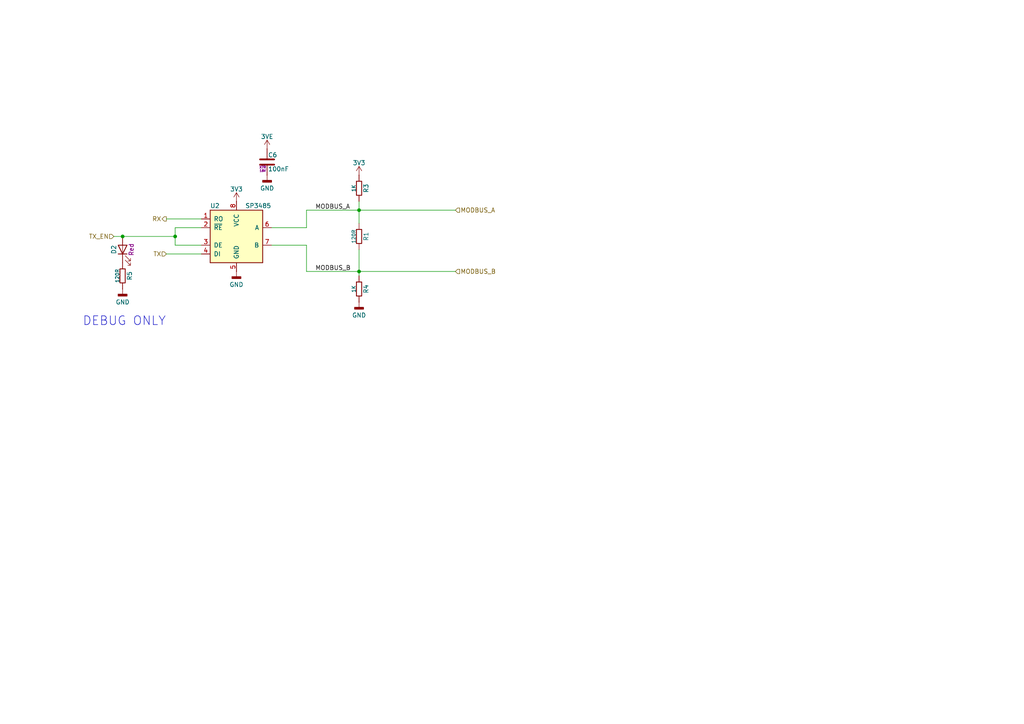
<source format=kicad_sch>
(kicad_sch (version 20250114) (generator "eeschema") (generator_version "9.0")
  (paper "A4")
  (lib_symbols
    (symbol "Capacitor:CL05B104KO5NNNC" (pin_numbers (hide yes)) (pin_names (offset 0) (hide yes))
      (property "Reference" "C" (at 0.254 2.032 0))
      (property "Value" "100nF" (at 0.254 -2.032 0))
      (property "Dielectric" "X7R" (at -1.27 -1.524 0))
      (property "Voltage" "16V" (at -1.27 -2.54 0))
      (symbol "CL05B104KO5NNNC_0_1"
        (polyline (pts (xy -2.032 0.762) (xy 2.032 0.762)) (stroke (width 0.508)))
        (polyline (pts (xy -2.032 -0.762) (xy 2.032 -0.762)) (stroke (width 0.508)))
      )
      (symbol "CL05B104KO5NNNC_1_1"
        (pin passive line (at 0 3.81 270) (length 2.794) (name "~") (number "1"))
        (pin passive line (at 0 -3.81 90) (length 2.794) (name "~") (number "2"))
      )
    )
    (symbol "ICs:SP3485EN-L/TR" (pin_names (offset 1.016))
      (property "Reference" "U" (at -7.62 8.89 0))
      (property "Value" "SP3485" (at 2.54 8.89 0))
      (symbol "SP3485EN-L/TR_0_1"
        (rectangle (start -7.62 7.62) (end 7.62 -7.62) (stroke (width 0.254)) (fill (type background)))
      )
      (symbol "SP3485EN-L/TR_1_1"
        (pin output line (at -10.16 5.08 0) (length 2.54) (name "RO") (number "1"))
        (pin input line (at -10.16 2.54 0) (length 2.54) (name "~{RE}") (number "2"))
        (pin input line (at -10.16 -2.54 0) (length 2.54) (name "DE") (number "3"))
        (pin input line (at -10.16 -5.08 0) (length 2.54) (name "DI") (number "4"))
        (pin power_in line (at 0 10.16 270) (length 2.54) (name "VCC") (number "8"))
        (pin power_in line (at 0 -10.16 90) (length 2.54) (name "GND") (number "5"))
        (pin bidirectional line (at 10.16 2.54 180) (length 2.54) (name "A") (number "6"))
        (pin bidirectional line (at 10.16 -2.54 180) (length 2.54) (name "B") (number "7"))
      )
    )
    (symbol "LEDs:LTST-C281KRKT" (pin_numbers (hide yes)) (pin_names (offset 1.016) (hide yes))
      (property "Reference" "D" (at 0 2.54 0))
      (property "Color" "Red" (at 0 -2.54 0))
      (symbol "LTST-C281KRKT_0_1"
        (polyline (pts (xy -3.048 -0.762) (xy -4.572 -2.286) (xy -3.81 -2.286) (xy -4.572 -2.286) (xy -4.572 -1.524)))
        (polyline (pts (xy -1.778 -0.762) (xy -3.302 -2.286) (xy -2.54 -2.286) (xy -3.302 -2.286) (xy -3.302 -1.524)))
        (polyline (pts (xy -1.27 0) (xy 1.27 0)))
        (polyline (pts (xy -1.27 -1.27) (xy -1.27 1.27)) (stroke (width 0.254)))
        (polyline (pts (xy 1.27 -1.27) (xy 1.27 1.27) (xy -1.27 0) (xy 1.27 -1.27)) (stroke (width 0.254)))
      )
      (symbol "LTST-C281KRKT_1_1"
        (pin passive line (at -3.81 0 0) (length 2.54) (name "K") (number "1"))
        (pin passive line (at 3.81 0 180) (length 2.54) (name "A") (number "2"))
      )
    )
    (symbol "Resistor:0402WGF1001TCE" (pin_numbers (hide yes)) (pin_names (offset 0))
      (property "Reference" "R" (at 2.032 0 90))
      (property "Value" "1K" (at -1.524 0 90))
      (symbol "0402WGF1001TCE_0_1"
        (rectangle (start -0.762 2.032) (end 0.762 -2.032) (stroke (width 0.254)))
      )
      (symbol "0402WGF1001TCE_1_1"
        (pin passive line (at 0 3.81 270) (length 1.778) (name "~") (number "1"))
        (pin passive line (at 0 -3.81 90) (length 1.778) (name "~") (number "2"))
      )
    )
    (symbol "Resistor:0402WGF1200TCE" (pin_numbers (hide yes)) (pin_names (offset 0))
      (property "Reference" "R" (at 2.032 0 90))
      (property "Value" "120R" (at -1.524 0 90))
      (symbol "0402WGF1200TCE_0_1"
        (rectangle (start -0.762 2.032) (end 0.762 -2.032) (stroke (width 0.254)))
      )
      (symbol "0402WGF1200TCE_1_1"
        (pin passive line (at 0 3.81 270) (length 1.778) (name "~") (number "1"))
        (pin passive line (at 0 -3.81 90) (length 1.778) (name "~") (number "2"))
      )
    )
    (symbol "power:+3V3" (power) (pin_numbers (hide yes)) (pin_names (offset 0) (hide yes))
      (property "Value" "+3V3" (at 0 3.556 0))
      (symbol "+3V3_0_1"
        (polyline (pts (xy -0.762 1.27) (xy 0 2.54)))
        (polyline (pts (xy 0 2.54) (xy 0.762 1.27)))
        (polyline (pts (xy 0 0) (xy 0 2.54)))
      )
      (symbol "+3V3_1_1"
        (pin power_in line (at 0 0 90) (length 0) (name "~") (number "1"))
      )
    )
    (symbol "power:GNDD" (power) (pin_numbers (hide yes)) (pin_names (offset 0) (hide yes))
      (property "Value" "GNDD" (at 0 -3.175 0))
      (symbol "GNDD_0_1"
        (rectangle (start -1.27 -1.524) (end 1.27 -2.032) (stroke (width 0.254)) (fill (type outline)))
        (polyline (pts (xy 0 0) (xy 0 -1.524)))
      )
      (symbol "GNDD_1_1"
        (pin power_in line (at 0 0 270) (length 0) (name "~") (number "1"))
      )
    )
  )
  (text "DEBUG ONLY" (at 36.068 93.218 0) (effects (font (size 2.54 2.54))))
  (junction (at 50.8 68.58))
  (junction (at 104.14 60.96))
  (junction (at 35.56 68.58))
  (junction (at 104.14 78.74))
  (wire (pts (xy 50.8 66.04) (xy 50.8 68.58)))
  (wire (pts (xy 104.14 72.39) (xy 104.14 78.74)))
  (wire (pts (xy 88.9 78.74) (xy 88.9 71.12)))
  (wire (pts (xy 33.02 68.58) (xy 35.56 68.58)))
  (wire (pts (xy 104.14 58.42) (xy 104.14 60.96)))
  (wire (pts (xy 88.9 78.74) (xy 104.14 78.74)))
  (wire (pts (xy 88.9 60.96) (xy 104.14 60.96)))
  (wire (pts (xy 88.9 66.04) (xy 88.9 60.96)))
  (wire (pts (xy 78.74 66.04) (xy 88.9 66.04)))
  (wire (pts (xy 104.14 60.96) (xy 104.14 64.77)))
  (wire (pts (xy 58.42 66.04) (xy 50.8 66.04)))
  (wire (pts (xy 50.8 71.12) (xy 58.42 71.12)))
  (wire (pts (xy 50.8 68.58) (xy 50.8 71.12)))
  (wire (pts (xy 48.26 73.66) (xy 58.42 73.66)))
  (wire (pts (xy 104.14 78.74) (xy 132.08 78.74)))
  (wire (pts (xy 104.14 60.96) (xy 132.08 60.96)))
  (wire (pts (xy 78.74 71.12) (xy 88.9 71.12)))
  (wire (pts (xy 48.26 63.5) (xy 58.42 63.5)))
  (wire (pts (xy 104.14 80.01) (xy 104.14 78.74)))
  (wire (pts (xy 35.56 68.58) (xy 50.8 68.58)))
  (label "MODBUS_B" (at 91.44 78.74 0))
  (label "MODBUS_A" (at 91.44 60.96 0))
  (hierarchical_label "TX" (shape input) (at 48.26 73.66 180))
  (hierarchical_label "MODBUS_A" (shape input) (at 132.08 60.96 0))
  (hierarchical_label "TX_EN" (shape input) (at 33.02 68.58 180))
  (hierarchical_label "RX" (shape output) (at 48.26 63.5 180))
  (hierarchical_label "MODBUS_B" (shape input) (at 132.08 78.74 0))
  (symbol (lib_id "power:GNDD") (at 104.14 87.63 0) (unit 1)
    (property "Reference" "#PWR06" (effects (hide yes)))
    (property "Value" "GND" (at 104.14 91.44 0))
    (property "Description" "Power symbol creates a global label with name \"GNDD\" , digital ground" (effects (hide yes)))
  )
  (symbol (lib_id "Resistor:0402WGF1200TCE") (at 35.56 80.01 0) (unit 1)
    (property "Reference" "R5" (at 37.592 80.01 90))
    (property "Value" "120R" (at 34.036 80.01 90) (effects (font (size 1.016 1.016))))
    (property "Footprint" "7Sigma:R_0402_1005Metric" (effects (hide yes)))
    (property "Datasheet" "https://atta.szlcsc.com/upload/public/pdf/source/20200306/C422600_1E6D84923E4A46A82E41ADD87F860B5C.pdf" (effects (hide yes)))
    (property "Description" "120R 63mW 1% 0402" (effects (hide yes)))
    (property "Power" "63mW" (effects (hide yes)))
    (property "Tolerance" "1%" (effects (hide yes)))
    (property "Footprint_Name" "0402" (effects (hide yes)))
    (property "Manufacturer 1" "Uni-Royal" (effects (hide yes)))
    (property "Manufacturer Part Number 1" "0402WGF1200TCE" (effects (hide yes)))
    (property "Supplier 1" "LCSC" (effects (hide yes)))
    (property "Supplier Part Number 1" "C25079" (effects (hide yes)))
    (property "LCSC Part" "C25079" (effects (hide yes)))
  )
  (symbol (lib_id "power:+3V3") (at 104.14 50.8 0) (unit 1)
    (property "Reference" "#PWR05" (effects (hide yes)))
    (property "Value" "3V3" (at 104.14 47.244 0))
    (property "Description" "Power symbol creates a global label with name \"+3V3\"" (effects (hide yes)))
  )
  (symbol (lib_id "Resistor:0402WGF1001TCE") (at 104.14 54.61 0) (unit 1)
    (property "Reference" "R3" (at 106.172 54.61 90))
    (property "Value" "1K" (at 102.616 54.61 90) (effects (font (size 1.016 1.016))))
    (property "Footprint" "7Sigma:R_0402_1005Metric" (effects (hide yes)))
    (property "Datasheet" "https://atta.szlcsc.com/upload/public/pdf/source/20200306/C422600_1E6D84923E4A46A82E41ADD87F860B5C.pdf" (effects (hide yes)))
    (property "Description" "1K 63mW 1% 0402" (effects (hide yes)))
    (property "Power" "63mW" (effects (hide yes)))
    (property "Tolerance" "1%" (effects (hide yes)))
    (property "Footprint_Name" "0402" (effects (hide yes)))
    (property "Manufacturer 1" "Uni-Royal" (effects (hide yes)))
    (property "Manufacturer Part Number 1" "0402WGF1001TCE" (effects (hide yes)))
    (property "Supplier 1" "LCSC" (effects (hide yes)))
    (property "Supplier Part Number 1" "C11702" (effects (hide yes)))
    (property "LCSC Part" "C11702" (effects (hide yes)))
  )
  (symbol (lib_id "Capacitor:CL05B104KO5NNNC") (at 77.47 46.99 0) (unit 1)
    (property "Reference" "C6" (at 77.724 44.958 0) (effects (justify left)))
    (property "Value" "100nF" (at 77.724 49.022 0) (effects (justify left)))
    (property "Footprint" "7Sigma:C_0402_1005Metric" (effects (hide yes)))
    (property "Datasheet" "https://wmsc.lcsc.com/wmsc/upload/file/pdf/v2/lcsc/2304140030_Samsung-Electro-Mechanics-CL05B104KO5NNNC_C1525.pdf" (effects (hide yes)))
    (property "Description" "100nF 16V 10% 0402" (effects (hide yes)))
    (property "Dielectric" "X7R" (at 76.2 48.514 0) (effects (font (size 0.635 0.635))))
    (property "Voltage" "16V" (at 76.2 49.53 0) (effects (font (size 0.635 0.635))))
    (property "Tolerance" "10%" (effects (hide yes)))
    (property "Footprint_Name" "0402" (effects (hide yes)))
    (property "Manufacturer 1" "Samsung Electro-Mechanics" (effects (hide yes)))
    (property "Manufacturer Part Number 1" "CL05B104KO5NNNC" (effects (hide yes)))
    (property "Supplier 1" "LCSC" (effects (hide yes)))
    (property "Supplier Part Number 1" "C1525" (effects (hide yes)))
    (property "LCSC Part" "C1525" (effects (hide yes)))
    (property "JLCPCB Part Class" "Basic Part" (effects (hide yes)))
  )
  (symbol (lib_id "power:GNDD") (at 35.56 83.82 0) (unit 1)
    (property "Reference" "#PWR08" (effects (hide yes)))
    (property "Value" "GND" (at 35.56 87.63 0))
    (property "Description" "Power symbol creates a global label with name \"GNDD\" , digital ground" (effects (hide yes)))
  )
  (symbol (lib_id "Resistor:0402WGF1200TCE") (at 104.14 68.58 0) (unit 1)
    (property "Reference" "R1" (at 106.172 68.58 90))
    (property "Value" "120R" (at 102.616 68.58 90) (effects (font (size 1.016 1.016))))
    (property "Footprint" "7Sigma:R_0402_1005Metric" (effects (hide yes)))
    (property "Datasheet" "https://atta.szlcsc.com/upload/public/pdf/source/20200306/C422600_1E6D84923E4A46A82E41ADD87F860B5C.pdf" (effects (hide yes)))
    (property "Description" "120R 63mW 1% 0402" (effects (hide yes)))
    (property "Power" "63mW" (effects (hide yes)))
    (property "Tolerance" "1%" (effects (hide yes)))
    (property "Footprint_Name" "0402" (effects (hide yes)))
    (property "Manufacturer 1" "Uni-Royal" (effects (hide yes)))
    (property "Manufacturer Part Number 1" "0402WGF1200TCE" (effects (hide yes)))
    (property "Supplier 1" "LCSC" (effects (hide yes)))
    (property "Supplier Part Number 1" "C25079" (effects (hide yes)))
    (property "LCSC Part" "C25079" (effects (hide yes)))
  )
  (symbol (lib_id "power:+3V3") (at 77.47 43.18 0) (unit 1)
    (property "Reference" "#PWR01" (effects (hide yes)))
    (property "Value" "3VE" (at 77.47 39.624 0))
    (property "Description" "Power symbol creates a global label with name \"+3V3\"" (effects (hide yes)))
  )
  (symbol (lib_id "power:GNDD") (at 77.47 50.8 0) (unit 1)
    (property "Reference" "#PWR02" (effects (hide yes)))
    (property "Value" "GND" (at 77.47 54.61 0))
    (property "Description" "Power symbol creates a global label with name \"GNDD\" , digital ground" (effects (hide yes)))
  )
  (symbol (lib_id "power:GNDD") (at 68.58 78.74 0) (unit 1)
    (property "Reference" "#PWR03" (effects (hide yes)))
    (property "Value" "GND" (at 68.58 82.55 0))
    (property "Description" "Power symbol creates a global label with name \"GNDD\" , digital ground" (effects (hide yes)))
  )
  (symbol (lib_id "power:+3V3") (at 68.58 58.42 0) (unit 1)
    (property "Reference" "#PWR04" (effects (hide yes)))
    (property "Value" "3V3" (at 68.58 54.864 0))
    (property "Description" "Power symbol creates a global label with name \"+3V3\"" (effects (hide yes)))
  )
  (symbol (lib_id "Resistor:0402WGF1001TCE") (at 104.14 83.82 0) (unit 1)
    (property "Reference" "R4" (at 106.172 83.82 90))
    (property "Value" "1K" (at 102.616 83.82 90) (effects (font (size 1.016 1.016))))
    (property "Footprint" "7Sigma:R_0402_1005Metric" (effects (hide yes)))
    (property "Datasheet" "https://atta.szlcsc.com/upload/public/pdf/source/20200306/C422600_1E6D84923E4A46A82E41ADD87F860B5C.pdf" (effects (hide yes)))
    (property "Description" "1K 63mW 1% 0402" (effects (hide yes)))
    (property "Power" "63mW" (effects (hide yes)))
    (property "Tolerance" "1%" (effects (hide yes)))
    (property "Footprint_Name" "0402" (effects (hide yes)))
    (property "Manufacturer 1" "Uni-Royal" (effects (hide yes)))
    (property "Manufacturer Part Number 1" "0402WGF1001TCE" (effects (hide yes)))
    (property "Supplier 1" "LCSC" (effects (hide yes)))
    (property "Supplier Part Number 1" "C11702" (effects (hide yes)))
    (property "LCSC Part" "C11702" (effects (hide yes)))
  )
  (symbol (lib_id "LEDs:LTST-C281KRKT") (at 35.56 72.39 90) (unit 1)
    (property "Reference" "D2" (at 33.02 72.39 0))
    (property "Value" "LTST-C281KRKT" (effects (hide yes)))
    (property "Footprint" "7Sigma:LED_0402_1005Metric" (effects (hide yes)))
    (property "Datasheet" "https://www.lcsc.com/datasheet/C364556.pdf" (effects (hide yes)))
    (property "Description" "Single Color Red LED 639nm Water Clear" (effects (hide yes)))
    (property "Color" "Red" (at 38.1 72.39 0))
    (property "Forward Current" "20mA" (effects (hide yes)))
    (property "Forward Voltage" "2V" (effects (hide yes)))
    (property "Wavelength" "639nm" (effects (hide yes)))
    (property "Lens" "Clear" (effects (hide yes)))
    (property "Manufacturer 1" "LITEON" (effects (hide yes)))
    (property "Manufacturer Part Number 1" "LTST-C281KRKT" (effects (hide yes)))
    (property "Supplier 1" "LCSC" (effects (hide yes)))
    (property "Supplier Part Number 1" "C364556" (effects (hide yes)))
    (property "LCSC Part" "C364556" (effects (hide yes)))
  )
  (symbol (lib_id "ICs:SP3485EN-L/TR") (at 68.58 68.58 0) (unit 1)
    (property "Reference" "U2" (at 60.96 59.69 0) (effects (justify left)))
    (property "Value" "SP3485" (at 71.12 59.69 0) (effects (justify left)))
    (property "Footprint" "7Sigma:SOIC-8_3.9x4.9mm_P1.27mm" (effects (hide yes)))
    (property "Datasheet" "https://www.lcsc.com/datasheet/lcsc_datasheet_2304140030_MaxLinear-SP3485EN-L-TR_C8963.pdf" (effects (hide yes)))
    (property "Description" "Industrial 3.3V Low Power Half-Duplex RS-485 Transceiver 10Mbps, SOIC-8" (effects (hide yes)))
    (property "Manufacturer 1" "MaxLinear" (effects (hide yes)))
    (property "Manufacturer Part Number 1" "SP3485EN-L/TR" (effects (hide yes)))
    (property "Supplier 1" "LCSC" (effects (hide yes)))
    (property "Supplier Part Number 1" "C8963" (effects (hide yes)))
    (property "LCSC Part" "C8963" (effects (hide yes)))
  )
)
</source>
